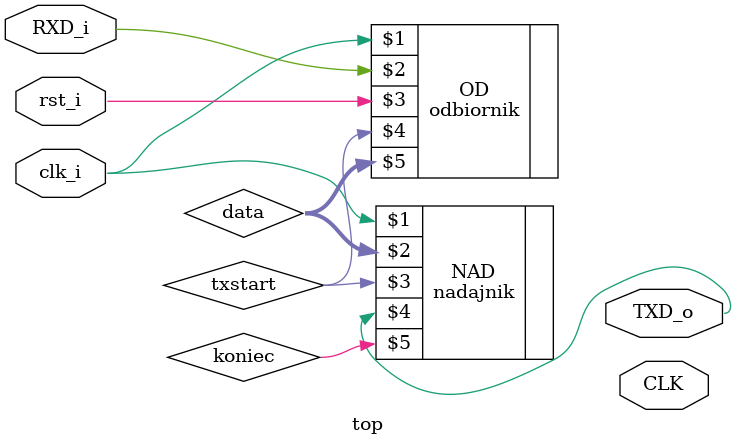
<source format=v>
`timescale 1 ns / 10 ps

module top(input clk_i,
           input rst_i,
           input RXD_i,
           output reg CLK,
           output TXD_o
           );
wire [7:0] data;
wire txstart;
wire koniec;
odbiornik OD(clk_i,RXD_i,rst_i,txstart,data);
nadajnik NAD(clk_i,data,txstart,TXD_o,koniec);

endmodule
</source>
